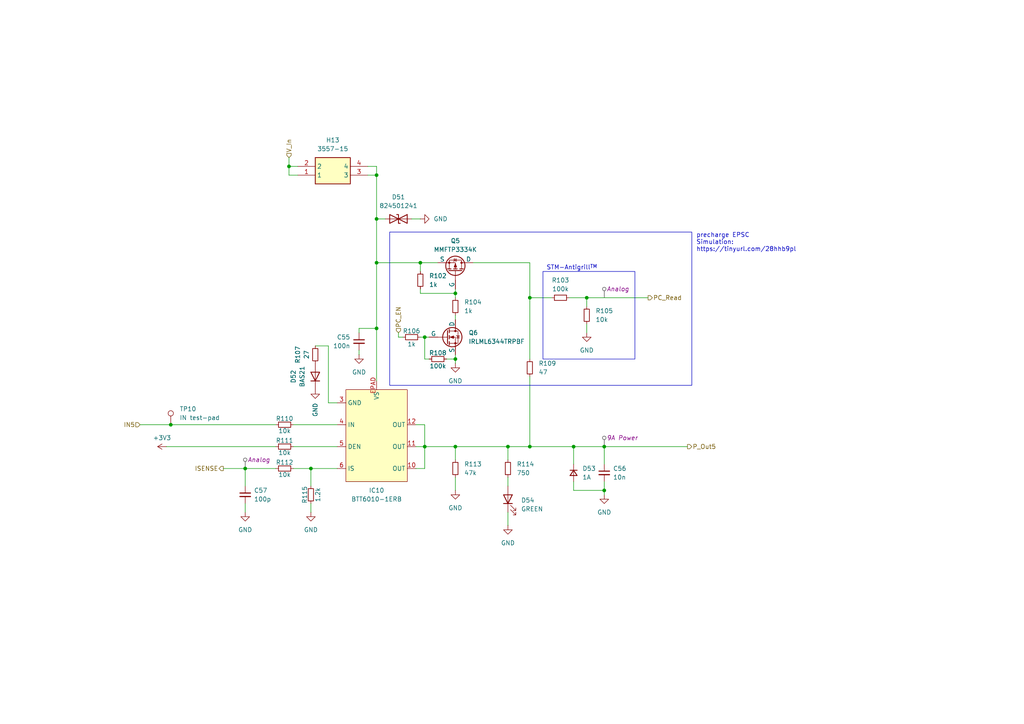
<source format=kicad_sch>
(kicad_sch (version 20231120) (generator "eeschema") (generator_version "8.0")
  (paper "A4")
  (title_block (title "PDU FT25") (date "2024-11-23") (rev "V1.1") (company "Janek Herm") (comment 1 "FaSTTUBe Electronics"))
  (lib_symbols
    (symbol "3557-15:3557-15"
      (property "Reference" "H" (at 16.51 7.62 0))
      (property "Value" "3557-15" (at 16.51 5.08 0))
      (symbol "3557-15_1_1"
        (rectangle (start 5.08 2.54) (end 15.24 -5.08) (stroke (width 0.254)) (fill (type background)))
        (pin passive line (at 0 -2.54 0) (length 5.08) (name "1") (number "1"))
        (pin passive line (at 0 0 0) (length 5.08) (name "2") (number "2"))
        (pin passive line (at 20.32 -2.54 180) (length 5.08) (name "3") (number "3"))
        (pin passive line (at 20.32 0 180) (length 5.08) (name "4") (number "4"))
      )
    )
    (symbol "Connector:TestPoint" (pin_numbers hide) (pin_names (offset 0.762) hide)
      (property "Reference" "TP" (at 0 6.858 0))
      (property "Value" "TestPoint" (at 0 5.08 0))
      (symbol "TestPoint_0_1"
        (circle (center 0 3.302) (radius 0.762))
      )
      (symbol "TestPoint_1_1"
        (pin passive line (at 0 0 90) (length 2.54) (name "1") (number "1"))
      )
    )
    (symbol "Device:C_Small" (pin_numbers hide) (pin_names (offset 0.254) hide)
      (property "Reference" "C" (at 0.254 1.778 0))
      (property "Value" "C_Small" (at 0.254 -2.032 0))
      (symbol "C_Small_0_1"
        (polyline (pts (xy -1.524 -0.508) (xy 1.524 -0.508)) (stroke (width 0.3302)))
        (polyline (pts (xy -1.524 0.508) (xy 1.524 0.508)) (stroke (width 0.3048)))
      )
      (symbol "C_Small_1_1"
        (pin passive line (at 0 2.54 270) (length 2.032) (name "~") (number "1"))
        (pin passive line (at 0 -2.54 90) (length 2.032) (name "~") (number "2"))
      )
    )
    (symbol "Device:D_Small" (pin_numbers hide) (pin_names (offset 0.254) hide)
      (property "Reference" "D" (at -1.27 2.032 0))
      (property "Value" "D_Small" (at -3.81 -2.032 0))
      (symbol "D_Small_0_1"
        (polyline (pts (xy -0.762 -1.016) (xy -0.762 1.016)) (stroke (width 0.254)))
        (polyline (pts (xy -0.762 0) (xy 0.762 0)))
        (polyline (pts (xy 0.762 -1.016) (xy -0.762 0) (xy 0.762 1.016) (xy 0.762 -1.016)) (stroke (width 0.254)))
      )
      (symbol "D_Small_1_1"
        (pin passive line (at -2.54 0 0) (length 1.778) (name "K") (number "1"))
        (pin passive line (at 2.54 0 180) (length 1.778) (name "A") (number "2"))
      )
    )
    (symbol "Device:D_TVS" (pin_numbers hide) (pin_names (offset 1.016) hide)
      (property "Reference" "D" (at 0 2.54 0))
      (property "Value" "D_TVS" (at 0 -2.54 0))
      (symbol "D_TVS_0_1"
        (polyline (pts (xy 1.27 0) (xy -1.27 0)))
        (polyline (pts (xy 0.508 1.27) (xy 0 1.27) (xy 0 -1.27) (xy -0.508 -1.27)) (stroke (width 0.254)))
        (polyline (pts (xy -2.54 1.27) (xy -2.54 -1.27) (xy 2.54 1.27) (xy 2.54 -1.27) (xy -2.54 1.27)) (stroke (width 0.254)))
      )
      (symbol "D_TVS_1_1"
        (pin passive line (at -3.81 0 0) (length 2.54) (name "A1") (number "1"))
        (pin passive line (at 3.81 0 180) (length 2.54) (name "A2") (number "2"))
      )
    )
    (symbol "Device:LED" (pin_numbers hide) (pin_names (offset 1.016) hide)
      (property "Reference" "D" (at 0 2.54 0))
      (property "Value" "LED" (at 0 -2.54 0))
      (symbol "LED_0_1"
        (polyline (pts (xy -1.27 -1.27) (xy -1.27 1.27)) (stroke (width 0.254)))
        (polyline (pts (xy -1.27 0) (xy 1.27 0)))
        (polyline (pts (xy 1.27 -1.27) (xy 1.27 1.27) (xy -1.27 0) (xy 1.27 -1.27)) (stroke (width 0.254)))
        (polyline (pts (xy -3.048 -0.762) (xy -4.572 -2.286) (xy -3.81 -2.286) (xy -4.572 -2.286) (xy -4.572 -1.524)))
        (polyline (pts (xy -1.778 -0.762) (xy -3.302 -2.286) (xy -2.54 -2.286) (xy -3.302 -2.286) (xy -3.302 -1.524)))
      )
      (symbol "LED_1_1"
        (pin passive line (at -3.81 0 0) (length 2.54) (name "K") (number "1"))
        (pin passive line (at 3.81 0 180) (length 2.54) (name "A") (number "2"))
      )
    )
    (symbol "Device:R_Small" (pin_numbers hide) (pin_names (offset 0.254) hide)
      (property "Reference" "R" (at 0.762 0.508 0))
      (property "Value" "R_Small" (at 0.762 -1.016 0))
      (symbol "R_Small_0_1"
        (rectangle (start -0.762 1.778) (end 0.762 -1.778) (stroke (width 0.2032)))
      )
      (symbol "R_Small_1_1"
        (pin passive line (at 0 2.54 270) (length 0.762) (name "~") (number "1"))
        (pin passive line (at 0 -2.54 90) (length 0.762) (name "~") (number "2"))
      )
    )
    (symbol "Diode:BAS21" (pin_numbers hide) (pin_names hide)
      (property "Reference" "D" (at 0 2.54 0))
      (property "Value" "BAS21" (at 0 -2.54 0))
      (symbol "BAS21_0_1"
        (polyline (pts (xy -1.27 1.27) (xy -1.27 -1.27)) (stroke (width 0.254)))
        (polyline (pts (xy 1.27 0) (xy -1.27 0)))
        (polyline (pts (xy 1.27 1.27) (xy 1.27 -1.27) (xy -1.27 0) (xy 1.27 1.27)) (stroke (width 0.254)))
      )
      (symbol "BAS21_1_1"
        (pin passive line (at 3.81 0 180) (length 2.54) (name "A") (number "1"))
        (pin no_connect line (at -1.27 0 0) (length 2.54) hide (name "NC") (number "2"))
        (pin passive line (at -3.81 0 0) (length 2.54) (name "K") (number "3"))
      )
    )
    (symbol "FaSTTUBe_Power-Switches:BTT6010-1ERB"
      (property "Reference" "IC" (at 0.254 -28.956 0))
      (property "Value" "BTT6010-1ERB" (at 0.508 -30.734 0))
      (symbol "BTT6010-1ERB_1_1"
        (rectangle (start -8.89 -1.27) (end 8.89 -27.94) (fill (type background)))
        (pin passive line (at 11.43 -24.13 180) (length 2.54) (name "OUT") (number "10"))
        (pin passive line (at 11.43 -17.78 180) (length 2.54) (name "OUT") (number "11"))
        (pin passive line (at 11.43 -11.43 180) (length 2.54) (name "OUT") (number "12"))
        (pin output line (at -11.43 -5.08 0) (length 2.54) (name "GND") (number "3"))
        (pin input line (at -11.43 -11.43 0) (length 2.54) (name "IN") (number "4"))
        (pin input line (at -11.43 -17.78 0) (length 2.54) (name "DEN") (number "5"))
        (pin output line (at -11.43 -24.13 0) (length 2.54) (name "IS") (number "6"))
        (pin input line (at 0 1.27 270) (length 2.54) (name "VS") (number "EPAD"))
      )
    )
    (symbol "Simulation_SPICE:NMOS" (pin_numbers hide) (pin_names (offset 0))
      (property "Reference" "Q" (at 5.08 1.27 0))
      (property "Value" "NMOS" (at 5.08 -1.27 0))
      (symbol "NMOS_0_1"
        (polyline (pts (xy 0.254 0) (xy -2.54 0)))
        (polyline (pts (xy 0.254 1.905) (xy 0.254 -1.905)) (stroke (width 0.254)))
        (polyline (pts (xy 0.762 -1.27) (xy 0.762 -2.286)) (stroke (width 0.254)))
        (polyline (pts (xy 0.762 0.508) (xy 0.762 -0.508)) (stroke (width 0.254)))
        (polyline (pts (xy 0.762 2.286) (xy 0.762 1.27)) (stroke (width 0.254)))
        (polyline (pts (xy 2.54 2.54) (xy 2.54 1.778)))
        (polyline (pts (xy 2.54 -2.54) (xy 2.54 0) (xy 0.762 0)))
        (polyline (pts (xy 0.762 -1.778) (xy 3.302 -1.778) (xy 3.302 1.778) (xy 0.762 1.778)))
        (polyline (pts (xy 1.016 0) (xy 2.032 0.381) (xy 2.032 -0.381) (xy 1.016 0)) (fill (type outline)))
        (polyline (pts (xy 2.794 0.508) (xy 2.921 0.381) (xy 3.683 0.381) (xy 3.81 0.254)))
        (polyline (pts (xy 3.302 0.381) (xy 2.921 -0.254) (xy 3.683 -0.254) (xy 3.302 0.381)))
        (circle (center 1.651 0) (radius 2.794) (stroke (width 0.254)))
        (circle (center 2.54 -1.778) (radius 0.254) (fill (type outline)))
        (circle (center 2.54 1.778) (radius 0.254) (fill (type outline)))
      )
      (symbol "NMOS_1_1"
        (pin passive line (at 2.54 5.08 270) (length 2.54) (name "D") (number "1"))
        (pin input line (at -5.08 0 0) (length 2.54) (name "G") (number "2"))
        (pin passive line (at 2.54 -5.08 90) (length 2.54) (name "S") (number "3"))
      )
    )
    (symbol "Simulation_SPICE:PMOS" (pin_numbers hide) (pin_names (offset 0))
      (property "Reference" "Q" (at 5.08 1.27 0))
      (property "Value" "PMOS" (at 5.08 -1.27 0))
      (symbol "PMOS_0_1"
        (polyline (pts (xy 0.254 0) (xy -2.54 0)))
        (polyline (pts (xy 0.254 1.905) (xy 0.254 -1.905)) (stroke (width 0.254)))
        (polyline (pts (xy 0.762 -1.27) (xy 0.762 -2.286)) (stroke (width 0.254)))
        (polyline (pts (xy 0.762 0.508) (xy 0.762 -0.508)) (stroke (width 0.254)))
        (polyline (pts (xy 0.762 2.286) (xy 0.762 1.27)) (stroke (width 0.254)))
        (polyline (pts (xy 2.54 2.54) (xy 2.54 1.778)))
        (polyline (pts (xy 2.54 -2.54) (xy 2.54 0) (xy 0.762 0)))
        (polyline (pts (xy 0.762 1.778) (xy 3.302 1.778) (xy 3.302 -1.778) (xy 0.762 -1.778)))
        (polyline (pts (xy 2.286 0) (xy 1.27 0.381) (xy 1.27 -0.381) (xy 2.286 0)) (fill (type outline)))
        (polyline (pts (xy 2.794 -0.508) (xy 2.921 -0.381) (xy 3.683 -0.381) (xy 3.81 -0.254)))
        (polyline (pts (xy 3.302 -0.381) (xy 2.921 0.254) (xy 3.683 0.254) (xy 3.302 -0.381)))
        (circle (center 1.651 0) (radius 2.794) (stroke (width 0.254)))
        (circle (center 2.54 -1.778) (radius 0.254) (fill (type outline)))
        (circle (center 2.54 1.778) (radius 0.254) (fill (type outline)))
      )
      (symbol "PMOS_1_1"
        (pin passive line (at 2.54 5.08 270) (length 2.54) (name "D") (number "1"))
        (pin input line (at -5.08 0 0) (length 2.54) (name "G") (number "2"))
        (pin passive line (at 2.54 -5.08 90) (length 2.54) (name "S") (number "3"))
      )
    )
    (symbol "power:+3.3V" (power) (pin_numbers hide) (pin_names (offset 0) hide)
      (property "Value" "+3.3V" (at 0 3.556 0))
      (symbol "+3.3V_0_1"
        (polyline (pts (xy -0.762 1.27) (xy 0 2.54)))
        (polyline (pts (xy 0 0) (xy 0 2.54)))
        (polyline (pts (xy 0 2.54) (xy 0.762 1.27)))
      )
      (symbol "+3.3V_1_1"
        (pin power_in line (at 0 0 90) (length 0) (name "~") (number "1"))
      )
    )
    (symbol "power:GND" (power) (pin_numbers hide) (pin_names (offset 0) hide)
      (property "Value" "GND" (at 0 -3.81 0))
      (symbol "GND_0_1"
        (polyline (pts (xy 0 0) (xy 0 -1.27) (xy 1.27 -1.27) (xy 0 -2.54) (xy -1.27 -1.27) (xy 0 -1.27)))
      )
      (symbol "GND_1_1"
        (pin power_in line (at 0 0 270) (length 0) (name "~") (number "1"))
      )
    )
  )
  (junction (at 109.22 63.5))
  (junction (at 83.82 48.26))
  (junction (at 90.17 135.89))
  (junction (at 132.08 85.09))
  (junction (at 132.08 129.54))
  (junction (at 109.22 95.25))
  (junction (at 147.32 129.54))
  (junction (at 121.92 76.2))
  (junction (at 153.67 129.54))
  (junction (at 175.26 129.54))
  (junction (at 123.19 97.79))
  (junction (at 166.37 129.54))
  (junction (at 71.12 135.89))
  (junction (at 109.22 50.8))
  (junction (at 153.67 86.36))
  (junction (at 49.53 123.19))
  (junction (at 170.18 86.36))
  (junction (at 132.08 104.14))
  (junction (at 109.22 76.2))
  (junction (at 175.26 142.24))
  (junction (at 123.19 129.54))
  (wire (pts (xy 49.53 123.19) (xy 80.01 123.19)))
  (wire (pts (xy 153.67 76.2) (xy 153.67 86.36)))
  (wire (pts (xy 85.09 135.89) (xy 90.17 135.89)))
  (wire (pts (xy 175.26 129.54) (xy 166.37 129.54)))
  (wire (pts (xy 95.25 100.33) (xy 91.44 100.33)))
  (wire (pts (xy 115.57 97.79) (xy 116.84 97.79)))
  (wire (pts (xy 170.18 86.36) (xy 187.96 86.36)))
  (wire (pts (xy 85.09 129.54) (xy 97.79 129.54)))
  (wire (pts (xy 109.22 76.2) (xy 121.92 76.2)))
  (wire (pts (xy 109.22 48.26) (xy 109.22 50.8)))
  (wire (pts (xy 83.82 45.72) (xy 83.82 48.26)))
  (wire (pts (xy 121.92 63.5) (xy 119.38 63.5)))
  (wire (pts (xy 40.64 123.19) (xy 49.53 123.19)))
  (wire (pts (xy 121.92 97.79) (xy 123.19 97.79)))
  (wire (pts (xy 132.08 86.36) (xy 132.08 85.09)))
  (wire (pts (xy 106.68 50.8) (xy 109.22 50.8)))
  (wire (pts (xy 83.82 48.26) (xy 86.36 48.26)))
  (wire (pts (xy 170.18 86.36) (xy 170.18 88.9)))
  (wire (pts (xy 132.08 138.43) (xy 132.08 142.24)))
  (wire (pts (xy 175.26 129.54) (xy 175.26 134.62)))
  (wire (pts (xy 137.16 76.2) (xy 153.67 76.2)))
  (wire (pts (xy 71.12 135.89) (xy 71.12 140.97)))
  (wire (pts (xy 123.19 97.79) (xy 123.19 104.14)))
  (wire (pts (xy 115.57 96.52) (xy 115.57 97.79)))
  (wire (pts (xy 109.22 95.25) (xy 104.14 95.25)))
  (wire (pts (xy 106.68 48.26) (xy 109.22 48.26)))
  (wire (pts (xy 64.77 135.89) (xy 71.12 135.89)))
  (wire (pts (xy 132.08 129.54) (xy 147.32 129.54)))
  (wire (pts (xy 165.1 86.36) (xy 170.18 86.36)))
  (wire (pts (xy 85.09 123.19) (xy 97.79 123.19)))
  (wire (pts (xy 71.12 146.05) (xy 71.12 148.59)))
  (wire (pts (xy 132.08 129.54) (xy 132.08 133.35)))
  (wire (pts (xy 132.08 92.71) (xy 132.08 91.44)))
  (wire (pts (xy 121.92 76.2) (xy 127 76.2)))
  (wire (pts (xy 104.14 95.25) (xy 104.14 96.52)))
  (wire (pts (xy 123.19 97.79) (xy 124.46 97.79)))
  (wire (pts (xy 123.19 123.19) (xy 123.19 129.54)))
  (wire (pts (xy 166.37 129.54) (xy 166.37 134.62)))
  (wire (pts (xy 109.22 50.8) (xy 109.22 63.5)))
  (wire (pts (xy 120.65 129.54) (xy 123.19 129.54)))
  (wire (pts (xy 121.92 76.2) (xy 121.92 78.74)))
  (wire (pts (xy 132.08 102.87) (xy 132.08 104.14)))
  (wire (pts (xy 153.67 109.22) (xy 153.67 129.54)))
  (wire (pts (xy 83.82 50.8) (xy 86.36 50.8)))
  (wire (pts (xy 123.19 129.54) (xy 132.08 129.54)))
  (wire (pts (xy 153.67 129.54) (xy 166.37 129.54)))
  (wire (pts (xy 147.32 129.54) (xy 147.32 133.35)))
  (wire (pts (xy 123.19 135.89) (xy 123.19 129.54)))
  (wire (pts (xy 109.22 63.5) (xy 109.22 76.2)))
  (wire (pts (xy 147.32 148.59) (xy 147.32 152.4)))
  (wire (pts (xy 83.82 48.26) (xy 83.82 50.8)))
  (wire (pts (xy 120.65 135.89) (xy 123.19 135.89)))
  (wire (pts (xy 109.22 95.25) (xy 109.22 110.49)))
  (wire (pts (xy 71.12 135.89) (xy 80.01 135.89)))
  (wire (pts (xy 147.32 129.54) (xy 153.67 129.54)))
  (wire (pts (xy 104.14 101.6) (xy 104.14 102.87)))
  (wire (pts (xy 129.54 104.14) (xy 132.08 104.14)))
  (wire (pts (xy 175.26 139.7) (xy 175.26 142.24)))
  (wire (pts (xy 132.08 83.82) (xy 132.08 85.09)))
  (wire (pts (xy 132.08 104.14) (xy 132.08 105.41)))
  (wire (pts (xy 170.18 93.98) (xy 170.18 96.52)))
  (wire (pts (xy 120.65 123.19) (xy 123.19 123.19)))
  (wire (pts (xy 90.17 135.89) (xy 90.17 140.97)))
  (wire (pts (xy 175.26 129.54) (xy 199.39 129.54)))
  (wire (pts (xy 166.37 142.24) (xy 175.26 142.24)))
  (wire (pts (xy 48.26 129.54) (xy 80.01 129.54)))
  (wire (pts (xy 90.17 146.05) (xy 90.17 148.59)))
  (wire (pts (xy 166.37 139.7) (xy 166.37 142.24)))
  (wire (pts (xy 109.22 76.2) (xy 109.22 95.25)))
  (wire (pts (xy 123.19 104.14) (xy 124.46 104.14)))
  (wire (pts (xy 121.92 85.09) (xy 132.08 85.09)))
  (wire (pts (xy 175.26 142.24) (xy 175.26 143.51)))
  (wire (pts (xy 147.32 138.43) (xy 147.32 140.97)))
  (wire (pts (xy 95.25 100.33) (xy 95.25 116.84)))
  (wire (pts (xy 121.92 83.82) (xy 121.92 85.09)))
  (wire (pts (xy 109.22 63.5) (xy 111.76 63.5)))
  (wire (pts (xy 95.25 116.84) (xy 97.79 116.84)))
  (wire (pts (xy 153.67 86.36) (xy 160.02 86.36)))
  (wire (pts (xy 90.17 135.89) (xy 97.79 135.89)))
  (wire (pts (xy 153.67 86.36) (xy 153.67 104.14)))
  (rectangle (start 157.48 78.74) (end 184.15 104.14))
  (rectangle (start 113.03 67.31) (end 200.66 111.76))
  (text "precharge EPSC\nSimulation:\nhttps://tinyurl.com/28hhb9pl" (at 201.93 70.358 0) (effects (font (size 1.27 1.27)) (justify left)))
  (text "STM-Antigrill^{TM}" (at 165.862 77.724 0) (effects (font (size 1.27 1.27))))
  (hierarchical_label "PC_Read" (shape output) (at 187.96 86.36 0))
  (hierarchical_label "IN5" (shape input) (at 40.64 123.19 180))
  (hierarchical_label "P_Out5" (shape output) (at 199.39 129.54 0))
  (hierarchical_label "ISENSE" (shape output) (at 64.77 135.89 180))
  (hierarchical_label "PC_EN" (shape input) (at 115.57 96.52 90))
  (hierarchical_label "V_In" (shape input) (at 83.82 45.72 90))
  (netclass_flag "" (length 2.54) (shape round) (at 71.12 135.89 0) (property "Netclass" "Analog" (at 71.8185 133.35 0) (effects (font (italic yes)) (justify left))))
  (netclass_flag "" (length 2.54) (shape round) (at 175.26 129.54 0) (property "Netclass" "9A Power" (at 175.9585 127 0) (effects (font (italic yes)) (justify left))))
  (netclass_flag "" (length 2.54) (shape round) (at 175.26 86.36 0) (property "Netclass" "Analog" (at 175.9585 83.82 0) (effects (font (italic yes)) (justify left))))
  (symbol (lib_id "Simulation_SPICE:PMOS") (at 132.08 78.74 270) (mirror x) (unit 1)
    (property "Reference" "Q5" (at 132.08 69.85 90))
    (property "Value" "MMFTP3334K" (at 132.08 72.39 90))
    (property "Footprint" "Package_TO_SOT_SMD:SOT-23" (effects (hide yes)))
    (property "Datasheet" "https://diotec.com/request/datasheet/mmftp3334k.pdf" (effects (hide yes)))
    (property "Description" "P-MOSFET transistor, drain/source/gate" (effects (hide yes)))
    (property "Sim.Device" "PMOS" (effects (hide yes)))
    (property "Sim.Type" "VDMOS" (effects (hide yes)))
    (property "Sim.Pins" "1=D 2=G 3=S" (effects (hide yes)))
  )
  (symbol (lib_id "FaSTTUBe_Power-Switches:BTT6010-1ERB") (at 109.22 111.76 0) (unit 1)
    (property "Reference" "IC10" (at 109.22 142.24 0))
    (property "Value" "BTT6010-1ERB" (at 109.22 144.78 0))
    (property "Footprint" "BTT6010-1ERB:SOIC14_BTT6010-1ERB_INF" (effects (hide yes)))
    (property "Datasheet" "https://www.infineon.com/dgdl/Infineon-BTT6010-1ERB-DS-v01_00-EN.pdf?fileId=5546d46269e1c019016a21e80b080d7a" (effects (hide yes)))
  )
  (symbol (lib_id "Device:D_TVS") (at 115.57 63.5 0) (mirror y) (unit 1)
    (property "Reference" "D51" (at 115.57 57.15 0))
    (property "Value" "824501241" (at 115.57 59.69 0))
    (property "Footprint" "824501241:DIOM5127X250N" (effects (hide yes)))
    (property "Datasheet" "https://www.we-online.com/components/products/datasheet/824501241.pdf" (effects (hide yes)))
    (property "Description" "Bidirectional transient-voltage-suppression diode" (effects (hide yes)))
  )
  (symbol (lib_id "Device:R_Small") (at 132.08 88.9 0) (unit 1)
    (property "Reference" "R104" (at 134.62 87.6299 0) (effects (justify left)))
    (property "Value" "1k" (at 134.62 90.1699 0) (effects (justify left)))
    (property "Footprint" "Resistor_SMD:R_0603_1608Metric_Pad0.98x0.95mm_HandSolder" (effects (hide yes)))
    (property "Description" "Resistor, small symbol" (effects (hide yes)))
  )
  (symbol (lib_id "Device:R_Small") (at 119.38 97.79 90) (unit 1)
    (property "Reference" "R106" (at 119.38 96.012 90))
    (property "Value" "1k" (at 119.38 99.822 90))
    (property "Footprint" "Resistor_SMD:R_0603_1608Metric_Pad0.98x0.95mm_HandSolder" (effects (hide yes)))
    (property "Description" "Resistor, small symbol" (effects (hide yes)))
  )
  (symbol (lib_id "Simulation_SPICE:NMOS") (at 129.54 97.79 0) (unit 1)
    (property "Reference" "Q6" (at 135.89 96.5199 0) (effects (justify left)))
    (property "Value" "IRLML6344TRPBF" (at 135.89 99.0599 0) (effects (justify left)))
    (property "Footprint" "Package_TO_SOT_SMD:SOT-23-3" (effects (hide yes)))
    (property "Datasheet" "https://www.mouser.de/datasheet/2/196/Infineon_IRLML6344_DataSheet_v01_01_EN-3363406.pdf" (effects (hide yes)))
    (property "Description" "N-MOSFET transistor, drain/source/gate" (effects (hide yes)))
    (property "Sim.Device" "NMOS" (effects (hide yes)))
    (property "Sim.Type" "VDMOS" (effects (hide yes)))
    (property "Sim.Pins" "1=D 2=G 3=S" (effects (hide yes)))
  )
  (symbol (lib_id "Device:C_Small") (at 104.14 99.06 0) (mirror y) (unit 1)
    (property "Reference" "C55" (at 101.6 97.7962 0) (effects (justify left)))
    (property "Value" "100n" (at 101.6 100.3362 0) (effects (justify left)))
    (property "Footprint" "Capacitor_SMD:C_0603_1608Metric_Pad1.08x0.95mm_HandSolder" (effects (hide yes)))
    (property "Description" "Unpolarized capacitor, small symbol" (effects (hide yes)))
  )
  (symbol (lib_id "power:GND") (at 91.44 113.03 0) (unit 1)
    (property "Reference" "#PWR0161" (effects (hide yes)))
    (property "Value" "GND" (at 91.4399 116.84 90) (effects (justify right)))
    (property "Description" "Power symbol creates a global label with name \"GND\" , ground" (effects (hide yes)))
  )
  (symbol (lib_id "power:+3.3V") (at 48.26 129.54 90) (unit 1)
    (property "Reference" "#PWR0162" (effects (hide yes)))
    (property "Value" "+3V3" (at 46.99 127 90))
    (property "Description" "Power symbol creates a global label with name \"+3.3V\"" (effects (hide yes)))
  )
  (symbol (lib_id "Device:R_Small") (at 82.55 135.89 270) (unit 1)
    (property "Reference" "R112" (at 82.55 134.112 90))
    (property "Value" "10k" (at 82.55 137.668 90))
    (property "Footprint" "Resistor_SMD:R_0603_1608Metric_Pad0.98x0.95mm_HandSolder" (effects (hide yes)))
    (property "Description" "Resistor, small symbol" (effects (hide yes)))
  )
  (symbol (lib_id "Device:R_Small") (at 132.08 135.89 0) (unit 1)
    (property "Reference" "R113" (at 134.62 134.6199 0) (effects (justify left)))
    (property "Value" "47k" (at 134.62 137.1599 0) (effects (justify left)))
    (property "Footprint" "Resistor_SMD:R_0603_1608Metric_Pad0.98x0.95mm_HandSolder" (effects (hide yes)))
    (property "Description" "Resistor, small symbol" (effects (hide yes)))
  )
  (symbol (lib_id "Device:C_Small") (at 71.12 143.51 0) (unit 1)
    (property "Reference" "C57" (at 73.66 142.2462 0) (effects (justify left)))
    (property "Value" "100p" (at 73.66 144.7862 0) (effects (justify left)))
    (property "Footprint" "Capacitor_SMD:C_0603_1608Metric_Pad1.08x0.95mm_HandSolder" (effects (hide yes)))
    (property "Description" "Unpolarized capacitor, small symbol" (effects (hide yes)))
  )
  (symbol (lib_id "Device:R_Small") (at 170.18 91.44 180) (unit 1)
    (property "Reference" "R105" (at 172.72 90.1699 0) (effects (justify right)))
    (property "Value" "10k" (at 172.72 92.7099 0) (effects (justify right)))
    (property "Description" "Resistor, small symbol" (effects (hide yes)))
  )
  (symbol (lib_id "Device:D_Small") (at 166.37 137.16 270) (unit 1)
    (property "Reference" "D53" (at 168.91 135.8899 90) (effects (justify left)))
    (property "Value" "1A" (at 168.91 138.4299 90) (effects (justify left)))
    (property "Footprint" "Diode_SMD:D_SOD-123F" (effects (hide yes)))
    (property "Datasheet" "https://www.mouser.de/datasheet/2/389/stpst1h100-3107187.pdf" (effects (hide yes)))
    (property "Description" "Diode, small symbol" (effects (hide yes)))
    (property "Sim.Device" "D" (effects (hide yes)))
    (property "Sim.Pins" "1=K 2=A" (effects (hide yes)))
  )
  (symbol (lib_id "power:GND") (at 132.08 105.41 0) (unit 1)
    (property "Reference" "#PWR0160" (effects (hide yes)))
    (property "Value" "GND" (at 132.08 110.49 0))
    (property "Description" "Power symbol creates a global label with name \"GND\" , ground" (effects (hide yes)))
  )
  (symbol (lib_id "Device:LED") (at 147.32 144.78 90) (unit 1)
    (property "Reference" "D54" (at 151.13 145.0974 90) (effects (justify right)))
    (property "Value" "GREEN" (at 151.13 147.6374 90) (effects (justify right)))
    (property "Footprint" "Resistor_SMD:R_0603_1608Metric_Pad0.98x0.95mm_HandSolder" (effects (hide yes)))
    (property "Datasheet" "https://www.we-online.com/components/products/datasheet/150060VS75000.pdf" (effects (hide yes)))
    (property "Description" "Light emitting diode" (effects (hide yes)))
    (property "MPR" "150060VS75000" (effects (hide yes)))
  )
  (symbol (lib_id "Device:R_Small") (at 91.44 102.87 180) (unit 1)
    (property "Reference" "R107" (at 86.36 102.87 90))
    (property "Value" "27" (at 88.9 102.87 90))
    (property "Footprint" "Resistor_SMD:R_0603_1608Metric_Pad0.98x0.95mm_HandSolder" (effects (hide yes)))
    (property "Description" "Resistor, small symbol" (effects (hide yes)))
  )
  (symbol (lib_id "Device:R_Small") (at 82.55 123.19 270) (unit 1)
    (property "Reference" "R110" (at 82.55 121.412 90))
    (property "Value" "10k" (at 82.55 124.968 90))
    (property "Footprint" "Resistor_SMD:R_0603_1608Metric_Pad0.98x0.95mm_HandSolder" (effects (hide yes)))
    (property "Description" "Resistor, small symbol" (effects (hide yes)))
  )
  (symbol (lib_id "Device:R_Small") (at 162.56 86.36 90) (unit 1)
    (property "Reference" "R103" (at 162.56 81.28 90))
    (property "Value" "100k" (at 162.56 83.82 90))
    (property "Description" "Resistor, small symbol" (effects (hide yes)))
  )
  (symbol (lib_id "Device:R_Small") (at 90.17 143.51 0) (unit 1)
    (property "Reference" "R115" (at 88.392 143.51 90))
    (property "Value" "1.2k" (at 92.202 143.51 90))
    (property "Footprint" "Resistor_SMD:R_0603_1608Metric_Pad0.98x0.95mm_HandSolder" (effects (hide yes)))
    (property "Description" "Resistor, small symbol" (effects (hide yes)))
  )
  (symbol (lib_id "power:GND") (at 90.17 148.59 0) (unit 1)
    (property "Reference" "#PWR0166" (effects (hide yes)))
    (property "Value" "GND" (at 90.17 153.67 0))
    (property "Description" "Power symbol creates a global label with name \"GND\" , ground" (effects (hide yes)))
  )
  (symbol (lib_id "Device:R_Small") (at 147.32 135.89 0) (unit 1)
    (property "Reference" "R114" (at 149.86 134.6199 0) (effects (justify left)))
    (property "Value" "750" (at 149.86 137.1599 0) (effects (justify left)))
    (property "Footprint" "Resistor_SMD:R_0603_1608Metric_Pad0.98x0.95mm_HandSolder" (effects (hide yes)))
    (property "Description" "Resistor, small symbol" (effects (hide yes)))
  )
  (symbol (lib_id "power:GND") (at 170.18 96.52 0) (unit 1)
    (property "Reference" "#PWR0158" (effects (hide yes)))
    (property "Value" "GND" (at 170.18 101.6 0))
    (property "Description" "Power symbol creates a global label with name \"GND\" , ground" (effects (hide yes)))
  )
  (symbol (lib_id "Device:R_Small") (at 153.67 106.68 0) (unit 1)
    (property "Reference" "R109" (at 156.21 105.4099 0) (effects (justify left)))
    (property "Value" "47" (at 156.21 107.9499 0) (effects (justify left)))
    (property "Footprint" "Resistor_SMD:R_1210_3225Metric_Pad1.30x2.65mm_HandSolder" (effects (hide yes)))
    (property "Description" "Resistor, small symbol" (effects (hide yes)))
  )
  (symbol (lib_id "3557-15:3557-15") (at 86.36 48.26 0) (unit 1)
    (property "Reference" "H13" (at 96.52 40.64 0))
    (property "Value" "3557-15" (at 96.52 43.18 0))
    (property "Footprint" "3557-15:355715" (effects (hide yes)))
    (property "Datasheet" "https://www.keyelco.com/product-pdf.cfm?p=14225" (effects (hide yes)))
    (property "Description" "Fuse Holder T/H 2 IN 1 AUTO BLDE HOLDER, BLUE 15A" (effects (hide yes)))
    (property "Height" "7.5" (effects (hide yes)))
    (property "Mouser Part Number" "534-3557-15" (effects (hide yes)))
    (property "Mouser Price/Stock" "https://www.mouser.co.uk/ProductDetail/Keystone-Electronics/3557-15?qs=iR2ablhfrmFh8obBV91Xhg%3D%3D" (effects (hide yes)))
    (property "Manufacturer_Name" "Keystone Electronics" (effects (hide yes)))
    (property "Manufacturer_Part_Number" "3557-15" (effects (hide yes)))
  )
  (symbol (lib_id "Connector:TestPoint") (at 49.53 123.19 0) (unit 1)
    (property "Reference" "TP10" (at 52.07 118.6179 0) (effects (justify left)))
    (property "Value" "IN test-pad" (at 52.07 121.1579 0) (effects (justify left)))
    (property "Description" "test point" (effects (hide yes)))
  )
  (symbol (lib_id "power:GND") (at 104.14 102.87 0) (mirror y) (unit 1)
    (property "Reference" "#PWR0159" (effects (hide yes)))
    (property "Value" "GND" (at 104.14 107.95 0))
    (property "Description" "Power symbol creates a global label with name \"GND\" , ground" (effects (hide yes)))
  )
  (symbol (lib_id "Device:R_Small") (at 121.92 81.28 0) (unit 1)
    (property "Reference" "R102" (at 124.46 80.0099 0) (effects (justify left)))
    (property "Value" "1k" (at 124.46 82.5499 0) (effects (justify left)))
    (property "Footprint" "Resistor_SMD:R_0603_1608Metric_Pad0.98x0.95mm_HandSolder" (effects (hide yes)))
    (property "Description" "Resistor, small symbol" (effects (hide yes)))
  )
  (symbol (lib_id "Diode:BAS21") (at 91.44 109.22 90) (unit 1)
    (property "Reference" "D52" (at 85.09 109.22 0))
    (property "Value" "BAS21" (at 87.63 109.22 0))
    (property "Footprint" "Package_TO_SOT_SMD:SOT-23" (effects (hide yes)))
    (property "Datasheet" "https://www.diodes.com/assets/Datasheets/Ds12004.pdf" (effects (hide yes)))
    (property "Description" "250V, 0.4A, High-speed Switching Diode, SOT-23" (effects (hide yes)))
  )
  (symbol (lib_id "power:GND") (at 121.92 63.5 90) (mirror x) (unit 1)
    (property "Reference" "#PWR0157" (effects (hide yes)))
    (property "Value" "GND" (at 125.73 63.4999 90) (effects (justify right)))
    (property "Description" "Power symbol creates a global label with name \"GND\" , ground" (effects (hide yes)))
  )
  (symbol (lib_id "power:GND") (at 71.12 148.59 0) (unit 1)
    (property "Reference" "#PWR0165" (effects (hide yes)))
    (property "Value" "GND" (at 71.12 153.67 0))
    (property "Description" "Power symbol creates a global label with name \"GND\" , ground" (effects (hide yes)))
  )
  (symbol (lib_id "power:GND") (at 132.08 142.24 0) (unit 1)
    (property "Reference" "#PWR0163" (effects (hide yes)))
    (property "Value" "GND" (at 132.08 147.32 0))
    (property "Description" "Power symbol creates a global label with name \"GND\" , ground" (effects (hide yes)))
  )
  (symbol (lib_id "Device:C_Small") (at 175.26 137.16 0) (unit 1)
    (property "Reference" "C56" (at 177.8 135.8962 0) (effects (justify left)))
    (property "Value" "10n" (at 177.8 138.4362 0) (effects (justify left)))
    (property "Footprint" "Capacitor_SMD:C_0603_1608Metric_Pad1.08x0.95mm_HandSolder" (effects (hide yes)))
    (property "Description" "Unpolarized capacitor, small symbol" (effects (hide yes)))
  )
  (symbol (lib_id "power:GND") (at 175.26 143.51 0) (unit 1)
    (property "Reference" "#PWR0164" (effects (hide yes)))
    (property "Value" "GND" (at 175.26 148.59 0))
    (property "Description" "Power symbol creates a global label with name \"GND\" , ground" (effects (hide yes)))
  )
  (symbol (lib_id "Device:R_Small") (at 127 104.14 90) (unit 1)
    (property "Reference" "R108" (at 127 102.362 90))
    (property "Value" "100k" (at 127 106.172 90))
    (property "Footprint" "Resistor_SMD:R_0603_1608Metric_Pad0.98x0.95mm_HandSolder" (effects (hide yes)))
    (property "Description" "Resistor, small symbol" (effects (hide yes)))
  )
  (symbol (lib_id "Device:R_Small") (at 82.55 129.54 270) (unit 1)
    (property "Reference" "R111" (at 82.55 127.762 90))
    (property "Value" "10k" (at 82.55 131.318 90))
    (property "Footprint" "Resistor_SMD:R_0603_1608Metric_Pad0.98x0.95mm_HandSolder" (effects (hide yes)))
    (property "Description" "Resistor, small symbol" (effects (hide yes)))
  )
  (symbol (lib_id "power:GND") (at 147.32 152.4 0) (unit 1)
    (property "Reference" "#PWR0167" (effects (hide yes)))
    (property "Value" "GND" (at 147.32 157.48 0))
    (property "Description" "Power symbol creates a global label with name \"GND\" , ground" (effects (hide yes)))
  )
)
</source>
